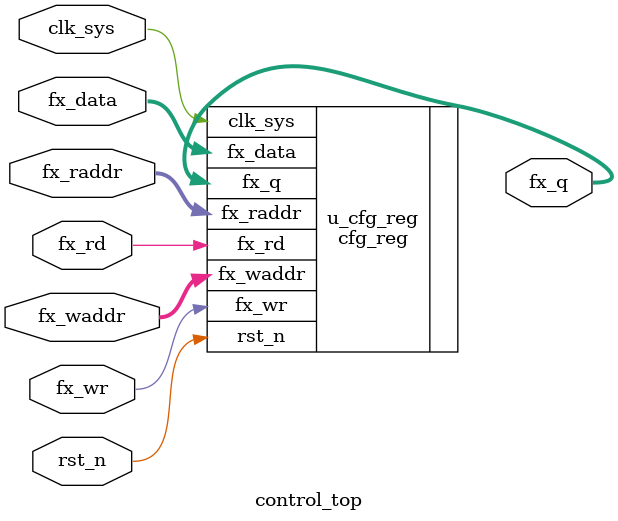
<source format=v>

module control_top(

//fx bus
fx_waddr,
fx_wr,
fx_data,
fx_rd,
fx_raddr,
fx_q,
//clk rst
clk_sys,
rst_n

);

//fx_bus
input 				fx_wr;
input [7:0]		fx_data;
input [21:0]	fx_waddr;
input [21:0]	fx_raddr;
input 				fx_rd;
output  [7:0]	fx_q;
//clk rst
input clk_sys;
input rst_n;

//-----------------------------------------
//-----------------------------------------


//---------- configuration register ------
cfg_reg u_cfg_reg(
//fx bus
.fx_waddr(fx_waddr),
.fx_wr(fx_wr),
.fx_data(fx_data),
.fx_rd(fx_rd),
.fx_raddr(fx_raddr),
.fx_q(fx_q),
//clk rst
.clk_sys(clk_sys),
.rst_n(rst_n)

);

endmodule

</source>
